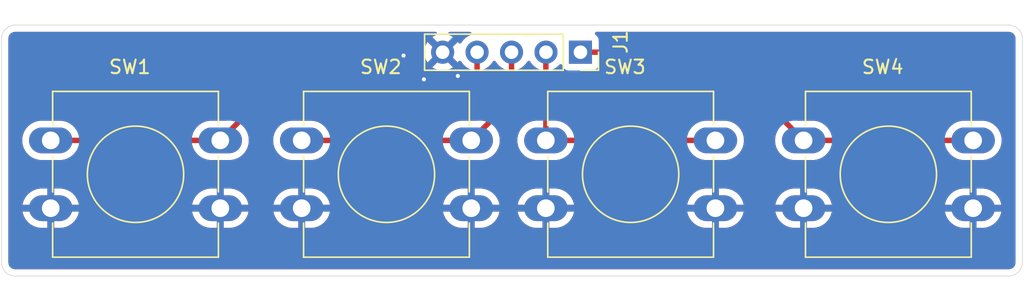
<source format=kicad_pcb>
(kicad_pcb (version 20241229) (generator "pcbnew") (generator_version "9.0")
  (layers (0 "F.Cu" signal) (2 "B.Cu" signal) (13 "F.Paste" user) (15 "B.Paste" user) (5 "F.SilkS" user "F.Silkscreen") (7 "B.SilkS" user "B.Silkscreen") (1 "F.Mask" user) (3 "B.Mask" user) (25 "Edge.Cuts" user))
  (net 0 "")
  (net 1 "Net-(J1-Pin_2)")
  (net 2 "Net-(J1-Pin_4)")
  (net 3 "Net-(J1-Pin_3)")
  (net 4 "Net-(J1-Pin_1)")
  (net 5 "GND")
  (footprint "Button_Switch_THT:SW_PUSH-12mm" (layer "F.Cu") (at 178.75 97.5)
    (property "Reference" "SW4" (at 5.83 -5.41 0) (layer "F.SilkS"))
    (property "Value" "SW_Push")
    (fp_line (start 0.14 -3.61) (end 0.14 -1.1) (stroke (width 0.12)) (layer "F.SilkS"))
    (fp_line (start 0.14 -3.61) (end 12.36 -3.61) (stroke (width 0.12)) (layer "F.SilkS"))
    (fp_line (start 0.14 1.2) (end 0.14 3.8) (stroke (width 0.12)) (layer "F.SilkS"))
    (fp_line (start 0.14 6.1) (end 0.14 8.61) (stroke (width 0.12)) (layer "F.SilkS"))
    (fp_line (start 12.36 -3.61) (end 12.36 -1.1) (stroke (width 0.12)) (layer "F.SilkS"))
    (fp_line (start 12.36 1.2) (end 12.36 3.8) (stroke (width 0.12)) (layer "F.SilkS"))
    (fp_line (start 12.36 6.1) (end 12.36 8.61) (stroke (width 0.12)) (layer "F.SilkS"))
    (fp_line (start 12.36 8.61) (end 0.14 8.61) (stroke (width 0.12)) (layer "F.SilkS"))
    (fp_circle (center 6.25 2.5) (end 9.8 2.5) (stroke (width 0.12)) (fill no) (layer "F.SilkS"))
    (pad "1" thru_hole oval (at 0 0) (size 3.2 1.9) (drill 1.3) (layers "*.Cu" "*.Mask") (net 4 "Net-(J1-Pin_1)"))
    (pad "1" thru_hole oval (at 12.5 0) (size 3.2 1.9) (drill 1.3) (layers "*.Cu" "*.Mask") (net 4 "Net-(J1-Pin_1)"))
    (pad "2" thru_hole oval (at 0 5) (size 3.2 1.9) (drill 1.3) (layers "*.Cu" "*.Mask") (net 5 "GND"))
    (pad "2" thru_hole oval (at 12.5 5) (size 3.2 1.9) (drill 1.3) (layers "*.Cu" "*.Mask") (net 5 "GND"))
  )
  (footprint "Button_Switch_THT:SW_PUSH-12mm" (layer "F.Cu") (at 141.75 97.5)
    (property "Reference" "SW2" (at 5.83 -5.41 0) (layer "F.SilkS"))
    (property "Value" "SW_Push")
    (fp_line (start 0.14 -3.61) (end 0.14 -1.1) (stroke (width 0.12)) (layer "F.SilkS"))
    (fp_line (start 0.14 -3.61) (end 12.36 -3.61) (stroke (width 0.12)) (layer "F.SilkS"))
    (fp_line (start 0.14 1.2) (end 0.14 3.8) (stroke (width 0.12)) (layer "F.SilkS"))
    (fp_line (start 0.14 6.1) (end 0.14 8.61) (stroke (width 0.12)) (layer "F.SilkS"))
    (fp_line (start 12.36 -3.61) (end 12.36 -1.1) (stroke (width 0.12)) (layer "F.SilkS"))
    (fp_line (start 12.36 1.2) (end 12.36 3.8) (stroke (width 0.12)) (layer "F.SilkS"))
    (fp_line (start 12.36 6.1) (end 12.36 8.61) (stroke (width 0.12)) (layer "F.SilkS"))
    (fp_line (start 12.36 8.61) (end 0.14 8.61) (stroke (width 0.12)) (layer "F.SilkS"))
    (fp_circle (center 6.25 2.5) (end 9.8 2.5) (stroke (width 0.12)) (fill no) (layer "F.SilkS"))
    (pad "1" thru_hole oval (at 0 0) (size 3.2 1.9) (drill 1.3) (layers "*.Cu" "*.Mask") (net 3 "Net-(J1-Pin_3)"))
    (pad "1" thru_hole oval (at 12.5 0) (size 3.2 1.9) (drill 1.3) (layers "*.Cu" "*.Mask") (net 3 "Net-(J1-Pin_3)"))
    (pad "2" thru_hole oval (at 0 5) (size 3.2 1.9) (drill 1.3) (layers "*.Cu" "*.Mask") (net 5 "GND"))
    (pad "2" thru_hole oval (at 12.5 5) (size 3.2 1.9) (drill 1.3) (layers "*.Cu" "*.Mask") (net 5 "GND"))
  )
  (footprint "Connector_PinSocket_2.54mm:PinSocket_1x05_P2.54mm_Vertical" (layer "F.Cu") (at 162.3 91 -90)
    (property "Reference" "J1" (at -0.75 -2.96 90) (layer "F.SilkS"))
    (property "Value" "Conn_01x05_Socket")
    (fp_line (start -1.33 11.49) (end 1.33 11.49) (stroke (width 0.12)) (layer "F.SilkS"))
    (fp_line (start -1.33 1.27) (end -1.33 11.49) (stroke (width 0.12)) (layer "F.SilkS"))
    (fp_line (start -1.33 1.27) (end 1.33 1.27) (stroke (width 0.12)) (layer "F.SilkS"))
    (fp_line (start 1.33 1.27) (end 1.33 11.49) (stroke (width 0.12)) (layer "F.SilkS"))
    (fp_line (start 0 -1.33) (end 1.33 -1.33) (stroke (width 0.12)) (layer "F.SilkS"))
    (fp_line (start 1.33 -1.33) (end 1.33 0) (stroke (width 0.12)) (layer "F.SilkS"))
    (pad "1" thru_hole rect (at 0 0 270) (size 1.7 1.7) (drill 1) (layers "*.Cu" "*.Mask") (net 4 "Net-(J1-Pin_1)"))
    (pad "2" thru_hole circle (at 0 2.54 270) (size 1.7 1.7) (drill 1) (layers "*.Cu" "*.Mask") (net 1 "Net-(J1-Pin_2)"))
    (pad "3" thru_hole circle (at 0 5.08 270) (size 1.7 1.7) (drill 1) (layers "*.Cu" "*.Mask") (net 3 "Net-(J1-Pin_3)"))
    (pad "4" thru_hole circle (at 0 7.62 270) (size 1.7 1.7) (drill 1) (layers "*.Cu" "*.Mask") (net 2 "Net-(J1-Pin_4)"))
    (pad "5" thru_hole circle (at 0 10.16 270) (size 1.7 1.7) (drill 1) (layers "*.Cu" "*.Mask") (net 5 "GND"))
  )
  (footprint "Button_Switch_THT:SW_PUSH-12mm" (layer "F.Cu") (at 123.25 97.5)
    (property "Reference" "SW1" (at 5.83 -5.41 0) (layer "F.SilkS"))
    (property "Value" "SW_Push")
    (fp_line (start 0.14 -3.61) (end 0.14 -1.1) (stroke (width 0.12)) (layer "F.SilkS"))
    (fp_line (start 0.14 -3.61) (end 12.36 -3.61) (stroke (width 0.12)) (layer "F.SilkS"))
    (fp_line (start 0.14 1.2) (end 0.14 3.8) (stroke (width 0.12)) (layer "F.SilkS"))
    (fp_line (start 0.14 6.1) (end 0.14 8.61) (stroke (width 0.12)) (layer "F.SilkS"))
    (fp_line (start 12.36 -3.61) (end 12.36 -1.1) (stroke (width 0.12)) (layer "F.SilkS"))
    (fp_line (start 12.36 1.2) (end 12.36 3.8) (stroke (width 0.12)) (layer "F.SilkS"))
    (fp_line (start 12.36 6.1) (end 12.36 8.61) (stroke (width 0.12)) (layer "F.SilkS"))
    (fp_line (start 12.36 8.61) (end 0.14 8.61) (stroke (width 0.12)) (layer "F.SilkS"))
    (fp_circle (center 6.25 2.5) (end 9.8 2.5) (stroke (width 0.12)) (fill no) (layer "F.SilkS"))
    (pad "1" thru_hole oval (at 0 0) (size 3.2 1.9) (drill 1.3) (layers "*.Cu" "*.Mask") (net 2 "Net-(J1-Pin_4)"))
    (pad "1" thru_hole oval (at 12.5 0) (size 3.2 1.9) (drill 1.3) (layers "*.Cu" "*.Mask") (net 2 "Net-(J1-Pin_4)"))
    (pad "2" thru_hole oval (at 0 5) (size 3.2 1.9) (drill 1.3) (layers "*.Cu" "*.Mask") (net 5 "GND"))
    (pad "2" thru_hole oval (at 12.5 5) (size 3.2 1.9) (drill 1.3) (layers "*.Cu" "*.Mask") (net 5 "GND"))
  )
  (footprint "Button_Switch_THT:SW_PUSH-12mm" (layer "F.Cu") (at 159.75 97.5)
    (property "Reference" "SW3" (at 5.83 -5.41 0) (layer "F.SilkS"))
    (property "Value" "SW_Push")
    (fp_line (start 0.14 -3.61) (end 0.14 -1.1) (stroke (width 0.12)) (layer "F.SilkS"))
    (fp_line (start 0.14 -3.61) (end 12.36 -3.61) (stroke (width 0.12)) (layer "F.SilkS"))
    (fp_line (start 0.14 1.2) (end 0.14 3.8) (stroke (width 0.12)) (layer "F.SilkS"))
    (fp_line (start 0.14 6.1) (end 0.14 8.61) (stroke (width 0.12)) (layer "F.SilkS"))
    (fp_line (start 12.36 -3.61) (end 12.36 -1.1) (stroke (width 0.12)) (layer "F.SilkS"))
    (fp_line (start 12.36 1.2) (end 12.36 3.8) (stroke (width 0.12)) (layer "F.SilkS"))
    (fp_line (start 12.36 6.1) (end 12.36 8.61) (stroke (width 0.12)) (layer "F.SilkS"))
    (fp_line (start 12.36 8.61) (end 0.14 8.61) (stroke (width 0.12)) (layer "F.SilkS"))
    (fp_circle (center 6.25 2.5) (end 9.8 2.5) (stroke (width 0.12)) (fill no) (layer "F.SilkS"))
    (pad "1" thru_hole oval (at 0 0) (size 3.2 1.9) (drill 1.3) (layers "*.Cu" "*.Mask") (net 1 "Net-(J1-Pin_2)"))
    (pad "1" thru_hole oval (at 12.5 0) (size 3.2 1.9) (drill 1.3) (layers "*.Cu" "*.Mask") (net 1 "Net-(J1-Pin_2)"))
    (pad "2" thru_hole oval (at 0 5) (size 3.2 1.9) (drill 1.3) (layers "*.Cu" "*.Mask") (net 5 "GND"))
    (pad "2" thru_hole oval (at 12.5 5) (size 3.2 1.9) (drill 1.3) (layers "*.Cu" "*.Mask") (net 5 "GND"))
  )
  (gr_line (start 193.875 107.5) (end 120.625 107.5) (stroke (width 0.05)) (layer "Edge.Cuts"))
  (gr_arc (start 119.625 90) (mid 119.917893 89.292893) (end 120.625 89) (stroke (width 0.05)) (layer "Edge.Cuts"))
  (gr_arc (start 194.875 106.5) (mid 194.582107 107.207107) (end 193.875 107.5) (stroke (width 0.05)) (layer "Edge.Cuts"))
  (gr_line (start 120.625 89) (end 193.875 89) (stroke (width 0.05)) (layer "Edge.Cuts"))
  (gr_arc (start 193.875 89) (mid 194.582107 89.292893) (end 194.875 90) (stroke (width 0.05)) (layer "Edge.Cuts"))
  (gr_line (start 119.625 106.5) (end 119.625 90) (stroke (width 0.05)) (layer "Edge.Cuts"))
  (gr_line (start 194.875 90) (end 194.875 106.5) (stroke (width 0.05)) (layer "Edge.Cuts"))
  (gr_arc (start 120.625 107.5) (mid 119.917893 107.207107) (end 119.625 106.5) (stroke (width 0.05)) (layer "Edge.Cuts"))
  (segment (start 159.75 91.01) (end 159.76 91) (width 0.4) (layer "F.Cu") (net 1))
  (segment (start 159.75 97.5) (end 172.25 97.5) (width 0.4) (layer "F.Cu") (net 1))
  (segment (start 159.75 97.5) (end 159.75 91.01) (width 0.4) (layer "F.Cu") (net 1))
  (segment (start 123.25 97.5) (end 135.75 97.5) (width 0.4) (layer "F.Cu") (net 2))
  (segment (start 153.51 94.5) (end 154.68 93.33) (width 0.4) (layer "F.Cu") (net 2))
  (segment (start 135.75 97.5) (end 138.75 94.5) (width 0.4) (layer "F.Cu") (net 2))
  (segment (start 138.75 94.5) (end 153.51 94.5) (width 0.4) (layer "F.Cu") (net 2))
  (segment (start 154.68 93.33) (end 154.68 91) (width 0.4) (layer "F.Cu") (net 2))
  (segment (start 154.25 97.5) (end 157.22 94.53) (width 0.4) (layer "F.Cu") (net 3))
  (segment (start 141.75 97.5) (end 154.25 97.5) (width 0.4) (layer "F.Cu") (net 3))
  (segment (start 157.22 94.53) (end 157.22 91) (width 0.4) (layer "F.Cu") (net 3))
  (segment (start 178.75 97.5) (end 172.25 91) (width 0.4) (layer "F.Cu") (net 4))
  (segment (start 191.25 97.5) (end 178.75 97.5) (width 0.4) (layer "F.Cu") (net 4))
  (segment (start 172.25 91) (end 162.3 91) (width 0.4) (layer "F.Cu") (net 4))
  (via (at 150.76 93) (size 0.6) (drill 0.3) (layers "F.Cu" "B.Cu") (net 5))
  (via (at 149.26 91.25) (size 0.6) (drill 0.3) (layers "F.Cu" "B.Cu") (net 5))
  (via (at 153.26 92.75) (size 0.6) (drill 0.3) (layers "F.Cu" "B.Cu") (net 5))
  (zone (net 5) (net_name "GND") (layers "F.Cu" "B.Cu") (connect_pads (clearance 0.5)) (min_thickness 0.25) (fill yes (thermal_gap 0.5) (thermal_bridge_width 0.5))
    (polygon (pts (xy 119.51 107.5) (xy 119.51 89) (xy 195.01 89) (xy 195.01 107.5)))
  )
)
</source>
